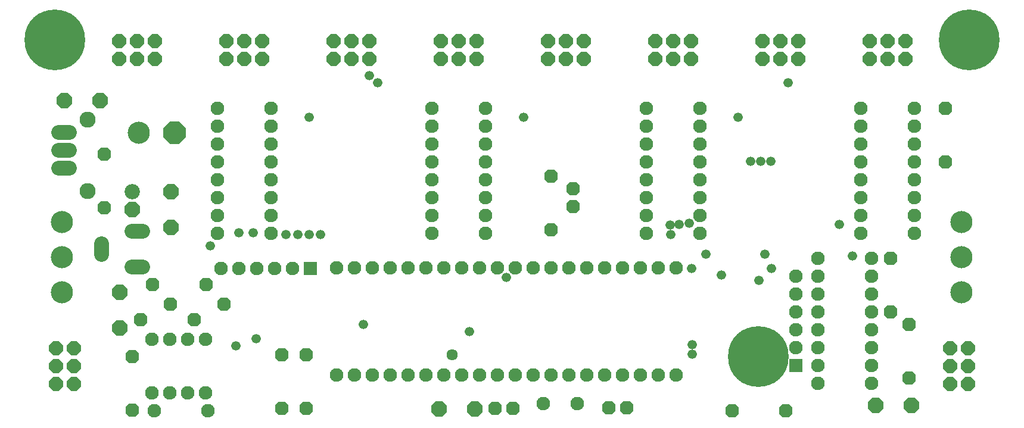
<source format=gts>
G75*
%MOIN*%
%OFA0B0*%
%FSLAX24Y24*%
%IPPOS*%
%LPD*%
%AMOC8*
5,1,8,0,0,1.08239X$1,22.5*
%
%ADD10R,0.0760X0.0760*%
%ADD11C,0.0760*%
%ADD12OC8,0.0870*%
%ADD13OC8,0.0760*%
%ADD14OC8,0.0800*%
%ADD15C,0.1240*%
%ADD16OC8,0.1240*%
%ADD17OC8,0.0860*%
%ADD18C,0.0860*%
%ADD19C,0.0900*%
%ADD20C,0.0840*%
%ADD21C,0.3390*%
%ADD22C,0.0522*%
%ADD23C,0.0636*%
D10*
X016763Y008956D03*
X043943Y003536D03*
D11*
X045183Y003536D03*
X045183Y004536D03*
X043943Y004536D03*
X043943Y005536D03*
X045183Y005536D03*
X045183Y006536D03*
X043943Y006536D03*
X043943Y007536D03*
X045183Y007536D03*
X045183Y008536D03*
X043943Y008536D03*
X045183Y009536D03*
X047563Y010944D03*
X047563Y011944D03*
X047563Y012944D03*
X047563Y013944D03*
X047563Y014944D03*
X047563Y015944D03*
X047563Y016944D03*
X047563Y017944D03*
X050563Y017944D03*
X050563Y016944D03*
X050563Y015944D03*
X050563Y014944D03*
X050563Y013944D03*
X050563Y012944D03*
X050563Y011944D03*
X050563Y010944D03*
X048183Y009536D03*
X048183Y008536D03*
X048183Y007536D03*
X048183Y006536D03*
X048183Y005536D03*
X048183Y004536D03*
X048183Y003536D03*
X048183Y002536D03*
X045183Y002536D03*
X037243Y002996D03*
X036243Y002996D03*
X035243Y002996D03*
X034243Y002996D03*
X033243Y002996D03*
X032243Y002996D03*
X031243Y002996D03*
X030243Y002996D03*
X029243Y002996D03*
X028243Y002996D03*
X027243Y002996D03*
X026243Y002996D03*
X025243Y002996D03*
X024243Y002996D03*
X023243Y002996D03*
X022243Y002996D03*
X021243Y002996D03*
X020243Y002996D03*
X019243Y002996D03*
X018243Y002996D03*
X010923Y001996D03*
X009923Y001996D03*
X008923Y001996D03*
X007923Y001996D03*
X008043Y000996D03*
X011043Y000996D03*
X010923Y004996D03*
X009923Y004996D03*
X008923Y004996D03*
X007923Y004996D03*
X011763Y008956D03*
X012763Y008956D03*
X013763Y008956D03*
X014763Y008956D03*
X015763Y008956D03*
X018243Y008996D03*
X019243Y008996D03*
X020243Y008996D03*
X021243Y008996D03*
X022243Y008996D03*
X023243Y008996D03*
X024243Y008996D03*
X025243Y008996D03*
X026243Y008996D03*
X027243Y008996D03*
X028243Y008996D03*
X029243Y008996D03*
X030243Y008996D03*
X031243Y008996D03*
X032243Y008996D03*
X033243Y008996D03*
X034243Y008996D03*
X035243Y008996D03*
X036243Y008996D03*
X037243Y008996D03*
X038563Y010944D03*
X038563Y011944D03*
X038563Y012944D03*
X038563Y013944D03*
X038563Y014944D03*
X038563Y015944D03*
X038563Y016944D03*
X038563Y017944D03*
X035563Y017944D03*
X035563Y016944D03*
X035563Y015944D03*
X035563Y014944D03*
X035563Y013944D03*
X035563Y012944D03*
X035563Y011944D03*
X035563Y010944D03*
X026563Y010944D03*
X026563Y011944D03*
X026563Y012944D03*
X026563Y013944D03*
X026563Y014944D03*
X026563Y015944D03*
X026563Y016944D03*
X026563Y017944D03*
X023563Y017944D03*
X023563Y016944D03*
X023563Y015944D03*
X023563Y014944D03*
X023563Y013944D03*
X023563Y012944D03*
X023563Y011944D03*
X023563Y010944D03*
X014563Y010944D03*
X014563Y011944D03*
X014563Y012944D03*
X014563Y013944D03*
X014563Y014944D03*
X014563Y015944D03*
X014563Y016944D03*
X014563Y017944D03*
X011563Y017944D03*
X011563Y016944D03*
X011563Y015944D03*
X011563Y014944D03*
X011563Y013944D03*
X011563Y012944D03*
X011563Y011944D03*
X011563Y010944D03*
X029813Y001396D03*
X031713Y001396D03*
D12*
X025963Y001116D03*
X023963Y001116D03*
X006123Y005636D03*
X006123Y007636D03*
X008983Y011276D03*
X008983Y013276D03*
X005003Y018376D03*
X003003Y018376D03*
X048403Y001306D03*
X050403Y001306D03*
D13*
X050263Y002836D03*
X043383Y001016D03*
X040383Y001016D03*
X034463Y001176D03*
X033463Y001176D03*
X028103Y001136D03*
X027103Y001136D03*
X016543Y001136D03*
X015183Y001136D03*
X015183Y004136D03*
X016543Y004136D03*
X011943Y006956D03*
X010263Y006096D03*
X008943Y006956D03*
X007263Y006096D03*
X007943Y008056D03*
X010943Y008056D03*
X006823Y004036D03*
X006823Y001036D03*
X030243Y011136D03*
X031463Y012436D03*
X031463Y013436D03*
X030243Y014136D03*
X049243Y009536D03*
X049243Y006536D03*
X050263Y005836D03*
X052323Y014936D03*
X052323Y017936D03*
X005243Y015376D03*
X005243Y012376D03*
D14*
X002543Y002506D03*
X003543Y002506D03*
X003543Y003506D03*
X002543Y003506D03*
X002543Y004506D03*
X003543Y004506D03*
X006063Y020696D03*
X007063Y020696D03*
X008063Y020696D03*
X008063Y021696D03*
X007063Y021696D03*
X006063Y021696D03*
X012063Y021696D03*
X013063Y021696D03*
X014063Y021696D03*
X014063Y020696D03*
X013063Y020696D03*
X012063Y020696D03*
X018063Y020696D03*
X019063Y020696D03*
X020063Y020696D03*
X020063Y021696D03*
X019063Y021696D03*
X018063Y021696D03*
X024063Y021696D03*
X025063Y021696D03*
X026063Y021696D03*
X026063Y020696D03*
X025063Y020696D03*
X024063Y020696D03*
X030063Y020696D03*
X031063Y020696D03*
X032063Y020696D03*
X032063Y021696D03*
X031063Y021696D03*
X030063Y021696D03*
X036063Y021696D03*
X037063Y021696D03*
X038063Y021696D03*
X038063Y020696D03*
X037063Y020696D03*
X036063Y020696D03*
X042063Y020696D03*
X043063Y020696D03*
X044063Y020696D03*
X044063Y021696D03*
X043063Y021696D03*
X042063Y021696D03*
X048063Y021696D03*
X049063Y021696D03*
X050063Y021696D03*
X050063Y020696D03*
X049063Y020696D03*
X048063Y020696D03*
X052563Y004506D03*
X053563Y004506D03*
X053563Y003506D03*
X052563Y003506D03*
X052563Y002506D03*
X053563Y002506D03*
D15*
X053207Y007637D03*
X053207Y009606D03*
X053207Y011574D03*
X007178Y016551D03*
X002883Y011574D03*
X002883Y009606D03*
X002883Y007637D03*
D16*
X009178Y016551D03*
D17*
X006823Y012276D03*
D18*
X006823Y013276D03*
D19*
X004303Y013316D03*
X004303Y017316D03*
D20*
X003283Y016616D02*
X002683Y016616D01*
X002683Y015616D02*
X003283Y015616D01*
X003283Y014616D02*
X002683Y014616D01*
X006763Y011076D02*
X007363Y011076D01*
X005063Y010376D02*
X005063Y009776D01*
X006763Y009076D02*
X007363Y009076D01*
D21*
X002469Y021755D03*
X041839Y004038D03*
X053650Y021755D03*
D22*
X043503Y019356D03*
X040703Y017436D03*
X041423Y014956D03*
X041983Y014956D03*
X042543Y014956D03*
X046383Y011436D03*
X042223Y009776D03*
X042583Y008956D03*
X041863Y008316D03*
X039763Y008596D03*
X038103Y008956D03*
X038923Y009776D03*
X036943Y010876D03*
X036903Y011396D03*
X037423Y011436D03*
X037983Y011516D03*
X047103Y009676D03*
X038143Y004716D03*
X038143Y004156D03*
X027743Y008476D03*
X025663Y005436D03*
X019743Y005836D03*
X013743Y005036D03*
X012623Y004636D03*
X011183Y010236D03*
X012783Y010956D03*
X013583Y010956D03*
X015423Y010876D03*
X016063Y010876D03*
X016703Y010876D03*
X017343Y010876D03*
X016703Y017436D03*
X020543Y019356D03*
X020063Y019756D03*
X028703Y017436D03*
D23*
X024703Y004136D03*
M02*

</source>
